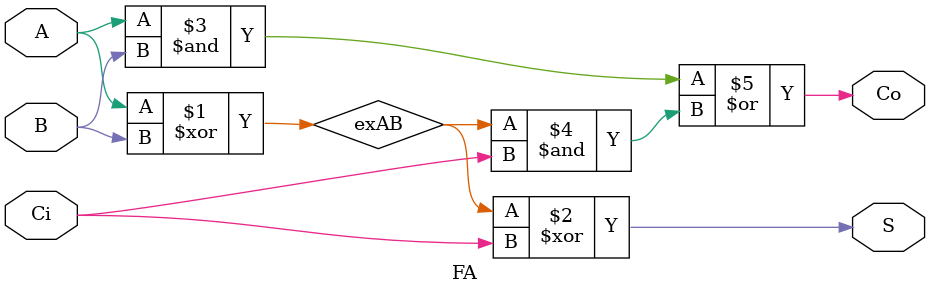
<source format=v>

/*
Inc_Dec #(.width()) id(.DecEn(),.A(),.S());
*/

module Inc_Dec
#(
	////////////////////////////////////////////////////
	// Parameters
	parameter width = 4	//input bit width
)
(	
	////////////////////////////////////////////////////
	// Ports 
	input DecEn,		//decrement enable
	input [width-1:0]	A,
	output [width-1:0]	S
);

	////////////////////////////////////////////////////
	// Net
	wire [width-2:0] C;
	assign C[0] = A[0];
	assign S[0]	= ~A[0];									//S[LSB] =
	assign S[width-1] = (C[width-2] ^ DecEn) ^ A [width-1];	//S[MSB] =
	generate 
		genvar i;
		for ( i=1 ; i < (width-1) ; i=i+1) begin :incdec
			FA fa(.A(A[i]),.B(DecEn),.Ci(C[i-1]),.S(S[i]),.Co(C[i]));
		end
	endgenerate
endmodule

/////////////////////////////////////////////////////////////////////////
//Full Adder
/* Portlist
	FA _(.A(),.B(),.Ci(),.S(),.Co());
*/
`ifndef FA
`define FA
module FA
////////////////////////////////////////////////////
// Ports
(
input A,B,Ci,
output S,Co
);
	wire exAB	= A^B;
	assign S	= exAB^Ci;
	assign Co	= (A&B)|(exAB&Ci);

endmodule
`endif
</source>
